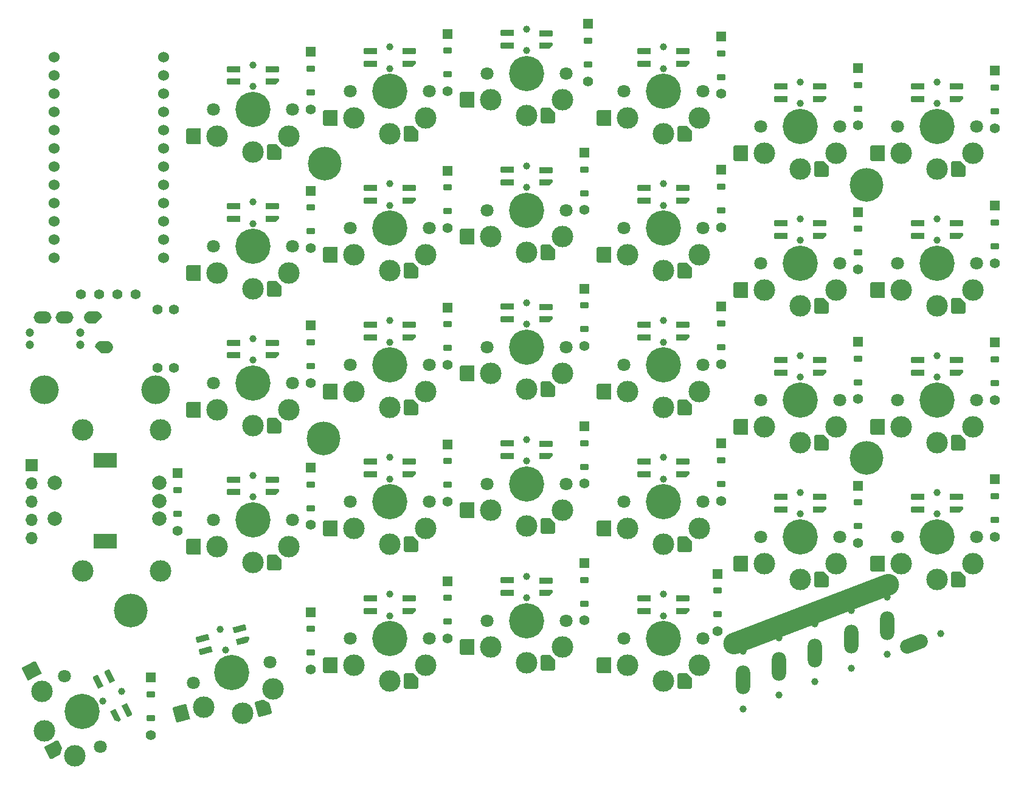
<source format=gbs>
G04 #@! TF.GenerationSoftware,KiCad,Pcbnew,(7.0.0-0)*
G04 #@! TF.CreationDate,2023-04-04T19:06:55-07:00*
G04 #@! TF.ProjectId,SofleKeyboard,536f666c-654b-4657-9962-6f6172642e6b,rev?*
G04 #@! TF.SameCoordinates,Original*
G04 #@! TF.FileFunction,Soldermask,Bot*
G04 #@! TF.FilePolarity,Negative*
%FSLAX46Y46*%
G04 Gerber Fmt 4.6, Leading zero omitted, Abs format (unit mm)*
G04 Created by KiCad (PCBNEW (7.0.0-0)) date 2023-04-04 19:06:55*
%MOMM*%
%LPD*%
G01*
G04 APERTURE LIST*
G04 Aperture macros list*
%AMRoundRect*
0 Rectangle with rounded corners*
0 $1 Rounding radius*
0 $2 $3 $4 $5 $6 $7 $8 $9 X,Y pos of 4 corners*
0 Add a 4 corners polygon primitive as box body*
4,1,4,$2,$3,$4,$5,$6,$7,$8,$9,$2,$3,0*
0 Add four circle primitives for the rounded corners*
1,1,$1+$1,$2,$3*
1,1,$1+$1,$4,$5*
1,1,$1+$1,$6,$7*
1,1,$1+$1,$8,$9*
0 Add four rect primitives between the rounded corners*
20,1,$1+$1,$2,$3,$4,$5,0*
20,1,$1+$1,$4,$5,$6,$7,0*
20,1,$1+$1,$6,$7,$8,$9,0*
20,1,$1+$1,$8,$9,$2,$3,0*%
%AMHorizOval*
0 Thick line with rounded ends*
0 $1 width*
0 $2 $3 position (X,Y) of the first rounded end (center of the circle)*
0 $4 $5 position (X,Y) of the second rounded end (center of the circle)*
0 Add line between two ends*
20,1,$1,$2,$3,$4,$5,0*
0 Add two circle primitives to create the rounded ends*
1,1,$1,$2,$3*
1,1,$1,$4,$5*%
%AMRotRect*
0 Rectangle, with rotation*
0 The origin of the aperture is its center*
0 $1 length*
0 $2 width*
0 $3 Rotation angle, in degrees counterclockwise*
0 Add horizontal line*
21,1,$1,$2,0,0,$3*%
%AMFreePoly0*
4,1,28,-0.850000,0.400000,-0.842219,0.514750,-0.797860,0.693119,-0.716195,0.857783,-0.601041,1.001041,-0.457783,1.116195,-0.293119,1.197860,-0.114750,1.242219,0.000000,1.250000,0.114750,1.242219,0.293119,1.197860,0.457783,1.116195,0.601041,1.001041,0.716195,0.857783,0.797860,0.693119,0.842219,0.514750,0.850000,0.400000,0.850000,-0.400000,0.842219,-0.514750,0.797860,-0.693119,
0.716195,-0.857783,0.601041,-1.001041,0.457783,-1.116195,0.293119,-1.197860,0.114750,-1.242219,0.000000,-1.250000,-0.850000,-0.400000,-0.850000,0.400000,-0.850000,0.400000,$1*%
%AMFreePoly1*
4,1,28,-0.850000,0.400000,0.000000,1.250000,0.114750,1.242219,0.293119,1.197860,0.457783,1.116195,0.601041,1.001041,0.716195,0.857783,0.797860,0.693119,0.842219,0.514750,0.850000,0.400000,0.850000,-0.400000,0.842219,-0.514750,0.797860,-0.693119,0.716195,-0.857783,0.601041,-1.001041,0.457783,-1.116195,0.293119,-1.197860,0.114750,-1.242219,0.000000,-1.250000,-0.114750,-1.242219,
-0.293119,-1.197860,-0.457783,-1.116195,-0.601041,-1.001041,-0.716195,-0.857783,-0.797860,-0.693119,-0.842219,-0.514750,-0.850000,-0.400000,-0.850000,0.400000,-0.850000,0.400000,$1*%
%AMFreePoly2*
4,1,18,-0.744993,0.000000,-0.324890,0.420103,0.534941,0.420103,0.615324,0.404114,0.683470,0.358580,0.729004,0.290434,0.744993,0.210051,0.744993,-0.210051,0.729004,-0.290434,0.683470,-0.358580,0.615324,-0.404114,0.534941,-0.420103,-0.534941,-0.420103,-0.615324,-0.404114,-0.683470,-0.358580,-0.729004,-0.290434,-0.744993,-0.210051,-0.744993,0.000000,-0.744993,0.000000,$1*%
%AMFreePoly3*
4,1,13,-0.909987,0.210051,-0.893998,0.290434,-0.848464,0.358580,-0.780318,0.404114,-0.699935,0.420103,0.909987,0.420103,0.909987,-0.420103,-0.699935,-0.420103,-0.780318,-0.404114,-0.848464,-0.358580,-0.893998,-0.290434,-0.909987,-0.210051,-0.909987,0.210051,-0.909987,0.210051,$1*%
%AMFreePoly4*
4,1,13,-0.909987,0.212526,-0.893809,0.293856,-0.847740,0.362805,-0.778791,0.408874,-0.697461,0.425052,0.909987,0.425052,0.909987,-0.425052,-0.697461,-0.425052,-0.778791,-0.408874,-0.847740,-0.362805,-0.893809,-0.293856,-0.909987,-0.212526,-0.909987,0.212526,-0.909987,0.212526,$1*%
%AMFreePoly5*
4,1,18,-1.000000,0.860000,-0.981731,0.951844,-0.929706,1.029706,-0.851844,1.081731,-0.760000,1.100000,0.760000,1.100000,0.851844,1.081731,0.929706,1.029706,0.981731,0.951844,1.000000,0.860000,1.000000,-0.860000,0.981731,-0.951844,0.929706,-1.029706,0.851844,-1.081731,0.760000,-1.100000,-0.300000,-1.100000,-1.000000,-0.400000,-1.000000,0.860000,-1.000000,0.860000,$1*%
%AMFreePoly6*
4,1,13,-1.000000,1.100000,0.760000,1.100000,0.851844,1.081731,0.929706,1.029706,0.981731,0.951844,1.000000,0.860000,1.000000,-0.860000,0.981731,-0.951844,0.929706,-1.029706,0.851844,-1.081731,0.760000,-1.100000,-1.000000,-1.100000,-1.000000,1.100000,-1.000000,1.100000,$1*%
G04 Aperture macros list end*
%ADD10C,1.397000*%
%ADD11C,1.200000*%
%ADD12FreePoly0,90.000000*%
%ADD13O,2.500000X1.700000*%
%ADD14FreePoly1,90.000000*%
%ADD15C,4.700000*%
%ADD16C,1.524000*%
%ADD17R,1.400000X1.400000*%
%ADD18RoundRect,0.225000X-0.375000X0.225000X-0.375000X-0.225000X0.375000X-0.225000X0.375000X0.225000X0*%
%ADD19C,1.400000*%
%ADD20C,1.800000*%
%ADD21C,3.000000*%
%ADD22FreePoly2,180.000000*%
%ADD23FreePoly3,180.000000*%
%ADD24R,1.379987X0.840206*%
%ADD25C,4.900000*%
%ADD26C,1.000000*%
%ADD27FreePoly3,0.000000*%
%ADD28FreePoly4,0.000000*%
%ADD29FreePoly5,180.000000*%
%ADD30FreePoly6,180.000000*%
%ADD31FreePoly2,117.000000*%
%ADD32FreePoly3,117.000000*%
%ADD33RotRect,1.379987X0.840206X117.000000*%
%ADD34FreePoly3,297.000000*%
%ADD35FreePoly4,297.000000*%
%ADD36FreePoly5,117.000000*%
%ADD37FreePoly6,117.000000*%
%ADD38C,4.000000*%
%ADD39C,2.000000*%
%ADD40R,3.200000X2.000000*%
%ADD41FreePoly2,195.000000*%
%ADD42FreePoly3,195.000000*%
%ADD43RotRect,1.379987X0.840206X195.000000*%
%ADD44FreePoly3,15.000000*%
%ADD45FreePoly4,15.000000*%
%ADD46FreePoly5,195.000000*%
%ADD47FreePoly6,195.000000*%
%ADD48R,1.700000X1.700000*%
%ADD49O,1.700000X1.700000*%
%ADD50O,2.000000X4.000000*%
%ADD51HorizOval,3.000000X10.743351X4.102487X-10.743351X-4.102487X0*%
%ADD52HorizOval,2.000000X-0.934204X-0.356738X0.934204X0.356738X0*%
G04 APERTURE END LIST*
D10*
X107290000Y-85960000D03*
X107290000Y-77880000D03*
X109531965Y-85960000D03*
X109531965Y-77880000D03*
D11*
X89500000Y-82800000D03*
X96500000Y-82800000D03*
X89500000Y-81050000D03*
X96500000Y-81050000D03*
D12*
X98299999Y-78949999D03*
D13*
X94299999Y-78949999D03*
X91299999Y-78949999D03*
D14*
X99799999Y-83149999D03*
D15*
X103520000Y-119790000D03*
D16*
X108149908Y-42725745D03*
X108149908Y-45265745D03*
X108149908Y-47805745D03*
X108149908Y-50345745D03*
X108149908Y-52885745D03*
X108149908Y-55425745D03*
X108149908Y-57965745D03*
X108149908Y-60505745D03*
X108149908Y-63045745D03*
X108149908Y-65585745D03*
X108149908Y-68125745D03*
X108149908Y-70665745D03*
X92909908Y-70665745D03*
X92909908Y-68125745D03*
X92909908Y-65585745D03*
X92909908Y-63045745D03*
X92909908Y-60505745D03*
X92909908Y-57965745D03*
X92909908Y-55425745D03*
X92909908Y-52885745D03*
X92909908Y-50345745D03*
X92909908Y-47805745D03*
X92909908Y-45265745D03*
X92909908Y-42725745D03*
D17*
X128624999Y-41974999D03*
D18*
X128625000Y-44325000D03*
X128625000Y-47625000D03*
D19*
X128625000Y-49975000D03*
D17*
X147674999Y-39474999D03*
D18*
X147675000Y-41825000D03*
X147675000Y-45125000D03*
D19*
X147675000Y-47475000D03*
D17*
X167224999Y-38099999D03*
D18*
X167225000Y-40450000D03*
X167225000Y-43750000D03*
D19*
X167225000Y-46100000D03*
D17*
X185774999Y-39849999D03*
D18*
X185775000Y-42200000D03*
X185775000Y-45500000D03*
D19*
X185775000Y-47850000D03*
D17*
X204824999Y-44249999D03*
D18*
X204825000Y-46600000D03*
X204825000Y-49900000D03*
D19*
X204825000Y-52250000D03*
D17*
X223874999Y-44624999D03*
D18*
X223875000Y-46975000D03*
X223875000Y-50275000D03*
D19*
X223875000Y-52625000D03*
D17*
X128624999Y-80074999D03*
D18*
X128625000Y-82425000D03*
X128625000Y-85725000D03*
D19*
X128625000Y-88075000D03*
D17*
X128624999Y-99874999D03*
D18*
X128625000Y-102225000D03*
X128625000Y-105525000D03*
D19*
X128625000Y-107875000D03*
D17*
X110109999Y-100669999D03*
D18*
X110110000Y-103020000D03*
X110110000Y-106320000D03*
D19*
X110110000Y-108670000D03*
D17*
X106369999Y-129099999D03*
D18*
X106370000Y-131450000D03*
X106370000Y-134750000D03*
D19*
X106370000Y-137100000D03*
D20*
X126050000Y-50000000D03*
D21*
X125550000Y-53700000D03*
D22*
X123404992Y-46139999D03*
D23*
X123239999Y-44389999D03*
D24*
X123020005Y-46139999D03*
D21*
X120550000Y-55900000D03*
D25*
X120550000Y-50000000D03*
D26*
X120550000Y-46799730D03*
X120550000Y-43800000D03*
D27*
X117860012Y-46134896D03*
D28*
X117859999Y-44385051D03*
D21*
X115550000Y-53700000D03*
D20*
X115050000Y-50000000D03*
D29*
X123549999Y-55899999D03*
D30*
X112274999Y-53699999D03*
D20*
X164150000Y-45000000D03*
D21*
X163650000Y-48700000D03*
D22*
X161504992Y-41139999D03*
D23*
X161339999Y-39389999D03*
D24*
X161120005Y-41139999D03*
D21*
X158650000Y-50900000D03*
D25*
X158650000Y-45000000D03*
D26*
X158650000Y-41799730D03*
X158650000Y-38800000D03*
D27*
X155960012Y-41134896D03*
D28*
X155959999Y-39385051D03*
D21*
X153650000Y-48700000D03*
D20*
X153150000Y-45000000D03*
D29*
X161649999Y-50899999D03*
D30*
X150374999Y-48699999D03*
D20*
X126050000Y-88100000D03*
D21*
X125550000Y-91800000D03*
D22*
X123404992Y-84239999D03*
D23*
X123239999Y-82489999D03*
D24*
X123020005Y-84239999D03*
D21*
X120550000Y-94000000D03*
D25*
X120550000Y-88100000D03*
D26*
X120550000Y-84899730D03*
X120550000Y-81900000D03*
D27*
X117860012Y-84234896D03*
D28*
X117859999Y-82485051D03*
D21*
X115550000Y-91800000D03*
D20*
X115050000Y-88100000D03*
D29*
X123549999Y-93999999D03*
D30*
X112274999Y-91799999D03*
D20*
X145100000Y-85600000D03*
D21*
X144600000Y-89300000D03*
D22*
X142454992Y-81739999D03*
D23*
X142289999Y-79989999D03*
D24*
X142070005Y-81739999D03*
D21*
X139600000Y-91500000D03*
D25*
X139600000Y-85600000D03*
D26*
X139600000Y-82399730D03*
X139600000Y-79400000D03*
D27*
X136910012Y-81734896D03*
D28*
X136909999Y-79985051D03*
D21*
X134600000Y-89300000D03*
D20*
X134100000Y-85600000D03*
D29*
X142599999Y-91499999D03*
D30*
X131324999Y-89299999D03*
D20*
X164150000Y-102150000D03*
D21*
X163650000Y-105850000D03*
D22*
X161504992Y-98289999D03*
D23*
X161339999Y-96539999D03*
D24*
X161120005Y-98289999D03*
D21*
X158650000Y-108050000D03*
D25*
X158650000Y-102150000D03*
D26*
X158650000Y-98949730D03*
X158650000Y-95950000D03*
D27*
X155960012Y-98284896D03*
D28*
X155959999Y-96535051D03*
D21*
X153650000Y-105850000D03*
D20*
X153150000Y-102150000D03*
D29*
X161649999Y-108049999D03*
D30*
X150374999Y-105849999D03*
D20*
X202250000Y-109550000D03*
D21*
X201750000Y-113250000D03*
D22*
X199604992Y-105689999D03*
D23*
X199439999Y-103939999D03*
D24*
X199220005Y-105689999D03*
D21*
X196750000Y-115450000D03*
D25*
X196750000Y-109550000D03*
D26*
X196750000Y-106349730D03*
X196750000Y-103350000D03*
D27*
X194060012Y-105684896D03*
D28*
X194059999Y-103935051D03*
D21*
X191750000Y-113250000D03*
D20*
X191250000Y-109550000D03*
D29*
X199749999Y-115449999D03*
D30*
X188474999Y-113249999D03*
D20*
X99292694Y-138741345D03*
D21*
X95768974Y-139975606D03*
D31*
X101531170Y-134632222D03*
D32*
X103015526Y-133690729D03*
D33*
X101356389Y-134289196D03*
D21*
X91538808Y-136519353D03*
D25*
X96795746Y-133840809D03*
D26*
X99647207Y-132387917D03*
X102319986Y-131026068D03*
D34*
X99018348Y-129689292D03*
D35*
X100577466Y-128894867D03*
D21*
X91229069Y-131065541D03*
D20*
X94298798Y-128940273D03*
D36*
X92900778Y-139192372D03*
D37*
X89742249Y-128147494D03*
D38*
X91500000Y-89050000D03*
D10*
X96595000Y-75710000D03*
X99135000Y-75710000D03*
X101675000Y-75710000D03*
X104215000Y-75710000D03*
D38*
X107000000Y-89050000D03*
D39*
X107500000Y-107000000D03*
X107500000Y-102000000D03*
X107500000Y-104500000D03*
D40*
X99999999Y-110099999D03*
X99999999Y-98899999D03*
D39*
X93000000Y-102000000D03*
X93000000Y-107000000D03*
D20*
X122912592Y-126976495D03*
D21*
X123387260Y-130679830D03*
D41*
X119358669Y-123932599D03*
D42*
X118746365Y-122284932D03*
D43*
X118986800Y-124032241D03*
D21*
X119127032Y-134098962D03*
D25*
X117600000Y-128400000D03*
D26*
X116771709Y-125308777D03*
X115995322Y-122411260D03*
D44*
X114001309Y-125362816D03*
D45*
X113548403Y-123672599D03*
D21*
X113728001Y-133268021D03*
D20*
X112287408Y-129823505D03*
D46*
X122024809Y-133322504D03*
D47*
X110564593Y-134115652D03*
D20*
X221300000Y-71450000D03*
D21*
X220800000Y-75150000D03*
D22*
X218654992Y-67589999D03*
D23*
X218489999Y-65839999D03*
D24*
X218270005Y-67589999D03*
D21*
X215800000Y-77350000D03*
D25*
X215800000Y-71450000D03*
D26*
X215800000Y-68249730D03*
X215800000Y-65250000D03*
D27*
X213110012Y-67584896D03*
D28*
X213109999Y-65835051D03*
D21*
X210800000Y-75150000D03*
D20*
X210300000Y-71450000D03*
D29*
X218799999Y-77349999D03*
D30*
X207524999Y-75149999D03*
D20*
X221300000Y-90500000D03*
D21*
X220800000Y-94200000D03*
D22*
X218654992Y-86639999D03*
D23*
X218489999Y-84889999D03*
D24*
X218270005Y-86639999D03*
D21*
X215800000Y-96400000D03*
D25*
X215800000Y-90500000D03*
D26*
X215800000Y-87299730D03*
X215800000Y-84300000D03*
D27*
X213110012Y-86634896D03*
D28*
X213109999Y-84885051D03*
D21*
X210800000Y-94200000D03*
D20*
X210300000Y-90500000D03*
D29*
X218799999Y-96399999D03*
D30*
X207524999Y-94199999D03*
D20*
X221300000Y-109550000D03*
D21*
X220800000Y-113250000D03*
D22*
X218654992Y-105689999D03*
D23*
X218489999Y-103939999D03*
D24*
X218270005Y-105689999D03*
D21*
X215800000Y-115450000D03*
D25*
X215800000Y-109550000D03*
D26*
X215800000Y-106349730D03*
X215800000Y-103350000D03*
D27*
X213110012Y-105684896D03*
D28*
X213109999Y-103935051D03*
D21*
X210800000Y-113250000D03*
D20*
X210300000Y-109550000D03*
D29*
X218799999Y-115449999D03*
D30*
X207524999Y-113249999D03*
D20*
X183200000Y-47500000D03*
D21*
X182700000Y-51200000D03*
D22*
X180554992Y-43639999D03*
D23*
X180389999Y-41889999D03*
D24*
X180170005Y-43639999D03*
D21*
X177700000Y-53400000D03*
D25*
X177700000Y-47500000D03*
D26*
X177700000Y-44299730D03*
X177700000Y-41300000D03*
D27*
X175010012Y-43634896D03*
D28*
X175009999Y-41885051D03*
D21*
X172700000Y-51200000D03*
D20*
X172200000Y-47500000D03*
D29*
X180699999Y-53399999D03*
D30*
X169424999Y-51199999D03*
D15*
X206000000Y-60500000D03*
D17*
X128624999Y-61324999D03*
D18*
X128625000Y-63675000D03*
X128625000Y-66975000D03*
D19*
X128625000Y-69325000D03*
D17*
X147674999Y-58524999D03*
D18*
X147675000Y-60875000D03*
X147675000Y-64175000D03*
D19*
X147675000Y-66525000D03*
D17*
X166724999Y-56024999D03*
D18*
X166725000Y-58375000D03*
X166725000Y-61675000D03*
D19*
X166725000Y-64025000D03*
D17*
X185774999Y-58399999D03*
D18*
X185775000Y-60750000D03*
X185775000Y-64050000D03*
D19*
X185775000Y-66400000D03*
D17*
X204824999Y-64299999D03*
D18*
X204825000Y-66650000D03*
X204825000Y-69950000D03*
D19*
X204825000Y-72300000D03*
D17*
X223874999Y-63424999D03*
D18*
X223875000Y-65775000D03*
X223875000Y-69075000D03*
D19*
X223875000Y-71425000D03*
D20*
X202250000Y-52400000D03*
D21*
X201750000Y-56100000D03*
D22*
X199604992Y-48539999D03*
D23*
X199439999Y-46789999D03*
D24*
X199220005Y-48539999D03*
D21*
X196750000Y-58300000D03*
D25*
X196750000Y-52400000D03*
D26*
X196750000Y-49199730D03*
X196750000Y-46200000D03*
D27*
X194060012Y-48534896D03*
D28*
X194059999Y-46785051D03*
D21*
X191750000Y-56100000D03*
D20*
X191250000Y-52400000D03*
D29*
X199749999Y-58299999D03*
D30*
X188474999Y-56099999D03*
D20*
X145100000Y-66550000D03*
D21*
X144600000Y-70250000D03*
D22*
X142454992Y-62689999D03*
D23*
X142289999Y-60939999D03*
D24*
X142070005Y-62689999D03*
D21*
X139600000Y-72450000D03*
D25*
X139600000Y-66550000D03*
D26*
X139600000Y-63349730D03*
X139600000Y-60350000D03*
D27*
X136910012Y-62684896D03*
D28*
X136909999Y-60935051D03*
D21*
X134600000Y-70250000D03*
D20*
X134100000Y-66550000D03*
D29*
X142599999Y-72449999D03*
D30*
X131324999Y-70249999D03*
D20*
X183200000Y-66550000D03*
D21*
X182700000Y-70250000D03*
D22*
X180554992Y-62689999D03*
D23*
X180389999Y-60939999D03*
D24*
X180170005Y-62689999D03*
D21*
X177700000Y-72450000D03*
D25*
X177700000Y-66550000D03*
D26*
X177700000Y-63349730D03*
X177700000Y-60350000D03*
D27*
X175010012Y-62684896D03*
D28*
X175009999Y-60935051D03*
D21*
X172700000Y-70250000D03*
D20*
X172200000Y-66550000D03*
D29*
X180699999Y-72449999D03*
D30*
X169424999Y-70249999D03*
D20*
X164150000Y-64050000D03*
D21*
X163650000Y-67750000D03*
D22*
X161504992Y-60189999D03*
D23*
X161339999Y-58439999D03*
D24*
X161120005Y-60189999D03*
D21*
X158650000Y-69950000D03*
D25*
X158650000Y-64050000D03*
D26*
X158650000Y-60849730D03*
X158650000Y-57850000D03*
D27*
X155960012Y-60184896D03*
D28*
X155959999Y-58435051D03*
D21*
X153650000Y-67750000D03*
D20*
X153150000Y-64050000D03*
D29*
X161649999Y-69949999D03*
D30*
X150374999Y-67749999D03*
D20*
X183200000Y-85600000D03*
D21*
X182700000Y-89300000D03*
D22*
X180554992Y-81739999D03*
D23*
X180389999Y-79989999D03*
D24*
X180170005Y-81739999D03*
D21*
X177700000Y-91500000D03*
D25*
X177700000Y-85600000D03*
D26*
X177700000Y-82399730D03*
X177700000Y-79400000D03*
D27*
X175010012Y-81734896D03*
D28*
X175009999Y-79985051D03*
D21*
X172700000Y-89300000D03*
D20*
X172200000Y-85600000D03*
D29*
X180699999Y-91499999D03*
D30*
X169424999Y-89299999D03*
D20*
X221300000Y-52400000D03*
D21*
X220800000Y-56100000D03*
D22*
X218654992Y-48539999D03*
D23*
X218489999Y-46789999D03*
D24*
X218270005Y-48539999D03*
D21*
X215800000Y-58300000D03*
D25*
X215800000Y-52400000D03*
D26*
X215800000Y-49199730D03*
X215800000Y-46200000D03*
D27*
X213110012Y-48534896D03*
D28*
X213109999Y-46785051D03*
D21*
X210800000Y-56100000D03*
D20*
X210300000Y-52400000D03*
D29*
X218799999Y-58299999D03*
D30*
X207524999Y-56099999D03*
D20*
X126050000Y-69100000D03*
D21*
X125550000Y-72800000D03*
D22*
X123404992Y-65239999D03*
D23*
X123239999Y-63489999D03*
D24*
X123020005Y-65239999D03*
D21*
X120550000Y-75000000D03*
D25*
X120550000Y-69100000D03*
D26*
X120550000Y-65899730D03*
X120550000Y-62900000D03*
D27*
X117860012Y-65234896D03*
D28*
X117859999Y-63485051D03*
D21*
X115550000Y-72800000D03*
D20*
X115050000Y-69100000D03*
D29*
X123549999Y-74999999D03*
D30*
X112274999Y-72799999D03*
D20*
X183200000Y-123700000D03*
D21*
X182700000Y-127400000D03*
D22*
X180554992Y-119839999D03*
D23*
X180389999Y-118089999D03*
D24*
X180170005Y-119839999D03*
D21*
X177700000Y-129600000D03*
D25*
X177700000Y-123700000D03*
D26*
X177700000Y-120499730D03*
X177700000Y-117500000D03*
D27*
X175010012Y-119834896D03*
D28*
X175009999Y-118085051D03*
D21*
X172700000Y-127400000D03*
D20*
X172200000Y-123700000D03*
D29*
X180699999Y-129599999D03*
D30*
X169424999Y-127399999D03*
D20*
X202250000Y-71450000D03*
D21*
X201750000Y-75150000D03*
D22*
X199604992Y-67589999D03*
D23*
X199439999Y-65839999D03*
D24*
X199220005Y-67589999D03*
D21*
X196750000Y-77350000D03*
D25*
X196750000Y-71450000D03*
D26*
X196750000Y-68249730D03*
X196750000Y-65250000D03*
D27*
X194060012Y-67584896D03*
D28*
X194059999Y-65835051D03*
D21*
X191750000Y-75150000D03*
D20*
X191250000Y-71450000D03*
D29*
X199749999Y-77349999D03*
D30*
X188474999Y-75149999D03*
D20*
X183200000Y-104650000D03*
D21*
X182700000Y-108350000D03*
D22*
X180554992Y-100789999D03*
D23*
X180389999Y-99039999D03*
D24*
X180170005Y-100789999D03*
D21*
X177700000Y-110550000D03*
D25*
X177700000Y-104650000D03*
D26*
X177700000Y-101449730D03*
X177700000Y-98450000D03*
D27*
X175010012Y-100784896D03*
D28*
X175009999Y-99035051D03*
D21*
X172700000Y-108350000D03*
D20*
X172200000Y-104650000D03*
D29*
X180699999Y-110549999D03*
D30*
X169424999Y-108349999D03*
D20*
X202250000Y-90500000D03*
D21*
X201750000Y-94200000D03*
D22*
X199604992Y-86639999D03*
D23*
X199439999Y-84889999D03*
D24*
X199220005Y-86639999D03*
D21*
X196750000Y-96400000D03*
D25*
X196750000Y-90500000D03*
D26*
X196750000Y-87299730D03*
X196750000Y-84300000D03*
D27*
X194060012Y-86634896D03*
D28*
X194059999Y-84885051D03*
D21*
X191750000Y-94200000D03*
D20*
X191250000Y-90500000D03*
D29*
X199749999Y-96399999D03*
D30*
X188474999Y-94199999D03*
D20*
X164150000Y-121200000D03*
D21*
X163650000Y-124900000D03*
D22*
X161504992Y-117339999D03*
D23*
X161339999Y-115589999D03*
D24*
X161120005Y-117339999D03*
D21*
X158650000Y-127100000D03*
D25*
X158650000Y-121200000D03*
D26*
X158650000Y-117999730D03*
X158650000Y-115000000D03*
D27*
X155960012Y-117334896D03*
D28*
X155959999Y-115585051D03*
D21*
X153650000Y-124900000D03*
D20*
X153150000Y-121200000D03*
D29*
X161649999Y-127099999D03*
D30*
X150374999Y-124899999D03*
D20*
X164150000Y-83100000D03*
D21*
X163650000Y-86800000D03*
D22*
X161504992Y-79239999D03*
D23*
X161339999Y-77489999D03*
D24*
X161120005Y-79239999D03*
D21*
X158650000Y-89000000D03*
D25*
X158650000Y-83100000D03*
D26*
X158650000Y-79899730D03*
X158650000Y-76900000D03*
D27*
X155960012Y-79234896D03*
D28*
X155959999Y-77485051D03*
D21*
X153650000Y-86800000D03*
D20*
X153150000Y-83100000D03*
D29*
X161649999Y-88999999D03*
D30*
X150374999Y-86799999D03*
D20*
X145100000Y-47500000D03*
D21*
X144600000Y-51200000D03*
D22*
X142454992Y-43639999D03*
D23*
X142289999Y-41889999D03*
D24*
X142070005Y-43639999D03*
D21*
X139600000Y-53400000D03*
D25*
X139600000Y-47500000D03*
D26*
X139600000Y-44299730D03*
X139600000Y-41300000D03*
D27*
X136910012Y-43634896D03*
D28*
X136909999Y-41885051D03*
D21*
X134600000Y-51200000D03*
D20*
X134100000Y-47500000D03*
D29*
X142599999Y-53399999D03*
D30*
X131324999Y-51199999D03*
D17*
X128639999Y-120009999D03*
D18*
X128640000Y-122360000D03*
X128640000Y-125660000D03*
D19*
X128640000Y-128010000D03*
D20*
X145100000Y-104650000D03*
D21*
X144600000Y-108350000D03*
D22*
X142454992Y-100789999D03*
D23*
X142289999Y-99039999D03*
D24*
X142070005Y-100789999D03*
D21*
X139600000Y-110550000D03*
D25*
X139600000Y-104650000D03*
D26*
X139600000Y-101449730D03*
X139600000Y-98450000D03*
D27*
X136910012Y-100784896D03*
D28*
X136909999Y-99035051D03*
D21*
X134600000Y-108350000D03*
D20*
X134100000Y-104650000D03*
D29*
X142599999Y-110549999D03*
D30*
X131324999Y-108349999D03*
D15*
X206000000Y-98500000D03*
D17*
X166724999Y-74949999D03*
D18*
X166725000Y-77300000D03*
X166725000Y-80600000D03*
D19*
X166725000Y-82950000D03*
D17*
X204824999Y-82349999D03*
D18*
X204825000Y-84700000D03*
X204825000Y-88000000D03*
D19*
X204825000Y-90350000D03*
D17*
X223874999Y-82474999D03*
D18*
X223875000Y-84825000D03*
X223875000Y-88125000D03*
D19*
X223875000Y-90475000D03*
D17*
X147674999Y-115674999D03*
D18*
X147675000Y-118025000D03*
X147675000Y-121325000D03*
D19*
X147675000Y-123675000D03*
D17*
X166724999Y-113174999D03*
D18*
X166725000Y-115525000D03*
X166725000Y-118825000D03*
D19*
X166725000Y-121175000D03*
D17*
X223874999Y-101524999D03*
D18*
X223875000Y-103875000D03*
X223875000Y-107175000D03*
D19*
X223875000Y-109525000D03*
D17*
X147674999Y-96624999D03*
D18*
X147675000Y-98975000D03*
X147675000Y-102275000D03*
D19*
X147675000Y-104625000D03*
D17*
X166724999Y-94124999D03*
D18*
X166725000Y-96475000D03*
X166725000Y-99775000D03*
D19*
X166725000Y-102125000D03*
D17*
X185774999Y-96499999D03*
D18*
X185775000Y-98850000D03*
X185775000Y-102150000D03*
D19*
X185775000Y-104500000D03*
D17*
X204824999Y-102399999D03*
D18*
X204825000Y-104750000D03*
X204825000Y-108050000D03*
D19*
X204825000Y-110400000D03*
D17*
X147674999Y-77574999D03*
D18*
X147675000Y-79925000D03*
X147675000Y-83225000D03*
D19*
X147675000Y-85575000D03*
D17*
X185274999Y-114674999D03*
D18*
X185275000Y-117025000D03*
X185275000Y-120325000D03*
D19*
X185275000Y-122675000D03*
D20*
X145100000Y-123700000D03*
D21*
X144600000Y-127400000D03*
D22*
X142454992Y-119839999D03*
D23*
X142289999Y-118089999D03*
D24*
X142070005Y-119839999D03*
D21*
X139600000Y-129600000D03*
D25*
X139600000Y-123700000D03*
D26*
X139600000Y-120499730D03*
X139600000Y-117500000D03*
D27*
X136910012Y-119834896D03*
D28*
X136909999Y-118085051D03*
D21*
X134600000Y-127400000D03*
D20*
X134100000Y-123700000D03*
D29*
X142599999Y-129599999D03*
D30*
X131324999Y-127399999D03*
D15*
X130527120Y-57573640D03*
X130375120Y-95852640D03*
D21*
X96833857Y-94650000D03*
X96833857Y-114250000D03*
X107733857Y-94650000D03*
X107733857Y-114250000D03*
D48*
X89783856Y-99549999D03*
D49*
X89783856Y-102089999D03*
X89783856Y-104629999D03*
X89783856Y-107169999D03*
X89783856Y-109709999D03*
D26*
X188840000Y-125465000D03*
D50*
X188839999Y-129464999D03*
D26*
X188840000Y-133465000D03*
X193840000Y-123570000D03*
D50*
X193839999Y-127569999D03*
D26*
X193840000Y-131570000D03*
D51*
X198259999Y-120324999D03*
D26*
X198840000Y-121675000D03*
D50*
X198839999Y-125674999D03*
D26*
X198840000Y-129675000D03*
X203840000Y-119780000D03*
D50*
X203839999Y-123779999D03*
D26*
X203840000Y-127780000D03*
X208850000Y-117885000D03*
D50*
X208849999Y-121884999D03*
D26*
X208850000Y-125885000D03*
D52*
X212586817Y-124458047D03*
D26*
X216323636Y-123031096D03*
D17*
X185774999Y-77449999D03*
D18*
X185775000Y-79800000D03*
X185775000Y-83100000D03*
D19*
X185775000Y-85450000D03*
D20*
X126050000Y-107150000D03*
D21*
X125550000Y-110850000D03*
D22*
X123404992Y-103289999D03*
D23*
X123239999Y-101539999D03*
D24*
X123020005Y-103289999D03*
D21*
X120550000Y-113050000D03*
D25*
X120550000Y-107150000D03*
D26*
X120550000Y-103949730D03*
X120550000Y-100950000D03*
D27*
X117860012Y-103284896D03*
D28*
X117859999Y-101535051D03*
D21*
X115550000Y-110850000D03*
D20*
X115050000Y-107150000D03*
D29*
X123549999Y-113049999D03*
D30*
X112274999Y-110849999D03*
M02*

</source>
